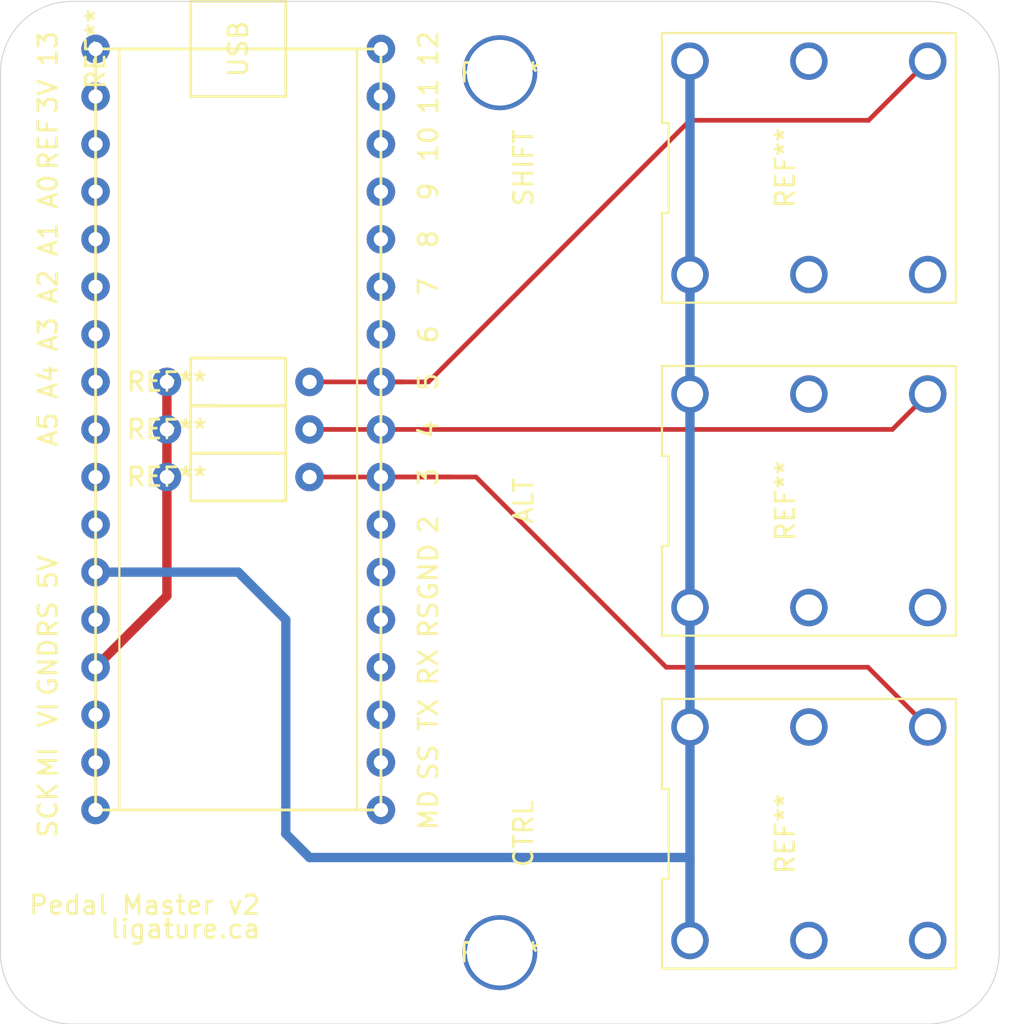
<source format=kicad_pcb>
(kicad_pcb (version 20171130) (host pcbnew 5.1.5-52549c5~84~ubuntu18.04.1)

  (general
    (thickness 1.6)
    (drawings 28)
    (tracks 26)
    (zones 0)
    (modules 9)
    (nets 1)
  )

  (page A4)
  (layers
    (0 F.Cu signal)
    (31 B.Cu signal)
    (32 B.Adhes user)
    (33 F.Adhes user)
    (34 B.Paste user)
    (35 F.Paste user)
    (36 B.SilkS user)
    (37 F.SilkS user)
    (38 B.Mask user)
    (39 F.Mask user)
    (40 Dwgs.User user)
    (41 Cmts.User user)
    (42 Eco1.User user)
    (43 Eco2.User user)
    (44 Edge.Cuts user)
    (45 Margin user)
    (46 B.CrtYd user)
    (47 F.CrtYd user)
    (48 B.Fab user)
    (49 F.Fab user)
  )

  (setup
    (last_trace_width 0.25)
    (trace_clearance 0.2)
    (zone_clearance 0.508)
    (zone_45_only no)
    (trace_min 0.2)
    (via_size 0.8)
    (via_drill 0.4)
    (via_min_size 0.4)
    (via_min_drill 0.3)
    (uvia_size 0.3)
    (uvia_drill 0.1)
    (uvias_allowed no)
    (uvia_min_size 0.2)
    (uvia_min_drill 0.1)
    (edge_width 0.05)
    (segment_width 0.2)
    (pcb_text_width 0.3)
    (pcb_text_size 1.5 1.5)
    (mod_edge_width 0.12)
    (mod_text_size 1 1)
    (mod_text_width 0.15)
    (pad_size 1.524 1.524)
    (pad_drill 0.762)
    (pad_to_mask_clearance 0.051)
    (solder_mask_min_width 0.25)
    (aux_axis_origin 0 0)
    (visible_elements FFFFF77F)
    (pcbplotparams
      (layerselection 0x010fc_ffffffff)
      (usegerberextensions false)
      (usegerberattributes false)
      (usegerberadvancedattributes false)
      (creategerberjobfile false)
      (excludeedgelayer true)
      (linewidth 0.100000)
      (plotframeref false)
      (viasonmask false)
      (mode 1)
      (useauxorigin false)
      (hpglpennumber 1)
      (hpglpenspeed 20)
      (hpglpendiameter 15.000000)
      (psnegative false)
      (psa4output false)
      (plotreference true)
      (plotvalue true)
      (plotinvisibletext false)
      (padsonsilk false)
      (subtractmaskfromsilk false)
      (outputformat 1)
      (mirror false)
      (drillshape 0)
      (scaleselection 1)
      (outputdirectory "export/"))
  )

  (net 0 "")

  (net_class Default "This is the default net class."
    (clearance 0.2)
    (trace_width 0.25)
    (via_dia 0.8)
    (via_drill 0.4)
    (uvia_dia 0.3)
    (uvia_drill 0.1)
  )

  (module pedal-controller:mounting-hole (layer F.Cu) (tedit 5DE4F0B5) (tstamp 5DE4F202)
    (at 144.78 59.69)
    (fp_text reference REF** (at 0 0) (layer F.SilkS)
      (effects (font (size 1 1) (thickness 0.15)))
    )
    (fp_text value mounting-hole (at 0 0) (layer F.Fab)
      (effects (font (size 1 1) (thickness 0.15)))
    )
    (pad 1 thru_hole circle (at 0 0) (size 4 4) (drill 3.51) (layers *.Cu *.Mask))
  )

  (module pedal-controller:mounting-hole (layer F.Cu) (tedit 5DE4F0B5) (tstamp 5DE4F1F5)
    (at 144.78 106.68)
    (fp_text reference REF** (at 0 0) (layer F.SilkS)
      (effects (font (size 1 1) (thickness 0.15)))
    )
    (fp_text value mounting-hole (at 0 0) (layer F.Fab)
      (effects (font (size 1 1) (thickness 0.15)))
    )
    (pad 1 thru_hole circle (at 0 0) (size 4 4) (drill 3.51) (layers *.Cu *.Mask))
  )

  (module pedal-controller:Arduino_Micro (layer F.Cu) (tedit 5DE4EDB7) (tstamp 5DE2C6F6)
    (at 123.19 58.42 270)
    (fp_text reference REF** (at 0 0 270) (layer F.SilkS)
      (effects (font (size 1 1) (thickness 0.15)))
    )
    (fp_text value Arduino_Micro (at 10.16 -7.62 270) (layer F.Fab)
      (effects (font (size 1 1) (thickness 0.15)))
    )
    (fp_text user SCK (at 40.64 2.54 270) (layer F.SilkS)
      (effects (font (size 1 1) (thickness 0.15)))
    )
    (fp_text user MI (at 38.1 2.54 270) (layer F.SilkS)
      (effects (font (size 1 1) (thickness 0.15)))
    )
    (fp_text user VI (at 35.56 2.54 270) (layer F.SilkS)
      (effects (font (size 1 1) (thickness 0.15)))
    )
    (fp_text user GND (at 33.02 2.54 270) (layer F.SilkS)
      (effects (font (size 1 1) (thickness 0.15)))
    )
    (fp_text user RS (at 30.48 2.54 270) (layer F.SilkS)
      (effects (font (size 1 1) (thickness 0.15)))
    )
    (fp_text user 5V (at 27.94 2.54 270) (layer F.SilkS)
      (effects (font (size 1 1) (thickness 0.15)))
    )
    (fp_text user A5 (at 20.32 2.54 270) (layer F.SilkS)
      (effects (font (size 1 1) (thickness 0.15)))
    )
    (fp_text user A4 (at 17.78 2.54 270) (layer F.SilkS)
      (effects (font (size 1 1) (thickness 0.15)))
    )
    (fp_text user A3 (at 15.24 2.54 270) (layer F.SilkS)
      (effects (font (size 1 1) (thickness 0.15)))
    )
    (fp_text user A2 (at 12.7 2.54 270) (layer F.SilkS)
      (effects (font (size 1 1) (thickness 0.15)))
    )
    (fp_text user A1 (at 10.16 2.54 270) (layer F.SilkS)
      (effects (font (size 1 1) (thickness 0.15)))
    )
    (fp_text user A0 (at 7.62 2.54 270) (layer F.SilkS)
      (effects (font (size 1 1) (thickness 0.15)))
    )
    (fp_text user REF (at 5.08 2.54 270) (layer F.SilkS)
      (effects (font (size 1 1) (thickness 0.15)))
    )
    (fp_text user 3V (at 2.54 2.54 270) (layer F.SilkS)
      (effects (font (size 1 1) (thickness 0.15)))
    )
    (fp_text user 13 (at 0 2.54 270) (layer F.SilkS)
      (effects (font (size 1 1) (thickness 0.15)))
    )
    (fp_text user MD (at 40.64 -17.78 270) (layer F.SilkS)
      (effects (font (size 1 1) (thickness 0.15)))
    )
    (fp_text user SS (at 38.1 -17.78 270) (layer F.SilkS)
      (effects (font (size 1 1) (thickness 0.15)))
    )
    (fp_text user TX (at 35.56 -17.78 270) (layer F.SilkS)
      (effects (font (size 1 1) (thickness 0.15)))
    )
    (fp_text user RX (at 33.02 -17.78 270) (layer F.SilkS)
      (effects (font (size 1 1) (thickness 0.15)))
    )
    (fp_text user RS (at 30.48 -17.78 270) (layer F.SilkS)
      (effects (font (size 1 1) (thickness 0.15)))
    )
    (fp_text user GND (at 27.94 -17.78 270) (layer F.SilkS)
      (effects (font (size 1 1) (thickness 0.15)))
    )
    (fp_text user 2 (at 25.4 -17.78 270) (layer F.SilkS)
      (effects (font (size 1 1) (thickness 0.15)))
    )
    (fp_text user 3 (at 22.86 -17.78 270) (layer F.SilkS)
      (effects (font (size 1 1) (thickness 0.15)))
    )
    (fp_text user 4 (at 20.32 -17.78 270) (layer F.SilkS)
      (effects (font (size 1 1) (thickness 0.15)))
    )
    (fp_text user 5 (at 17.78 -17.78 270) (layer F.SilkS)
      (effects (font (size 1 1) (thickness 0.15)))
    )
    (fp_text user 6 (at 15.24 -17.78 270) (layer F.SilkS)
      (effects (font (size 1 1) (thickness 0.15)))
    )
    (fp_text user 7 (at 12.7 -17.78 270) (layer F.SilkS)
      (effects (font (size 1 1) (thickness 0.15)))
    )
    (fp_text user 8 (at 10.16 -17.78 270) (layer F.SilkS)
      (effects (font (size 1 1) (thickness 0.15)))
    )
    (fp_text user 9 (at 7.62 -17.78 270) (layer F.SilkS)
      (effects (font (size 1 1) (thickness 0.15)))
    )
    (fp_text user 10 (at 5.08 -17.78 270) (layer F.SilkS)
      (effects (font (size 1 1) (thickness 0.15)))
    )
    (fp_text user 11 (at 2.54 -17.78 270) (layer F.SilkS)
      (effects (font (size 1 1) (thickness 0.15)))
    )
    (fp_text user 12 (at 0 -17.78 270) (layer F.SilkS)
      (effects (font (size 1 1) (thickness 0.15)))
    )
    (fp_text user USB (at 0 -7.62 270) (layer F.SilkS)
      (effects (font (size 1 1) (thickness 0.15)))
    )
    (fp_line (start -2.54 -5.08) (end -2.54 -10.16) (layer F.SilkS) (width 0.15))
    (fp_line (start 2.54 -5.08) (end -2.54 -5.08) (layer F.SilkS) (width 0.15))
    (fp_line (start 2.54 -10.16) (end 2.54 -5.08) (layer F.SilkS) (width 0.15))
    (fp_line (start -2.54 -10.16) (end 2.54 -10.16) (layer F.SilkS) (width 0.15))
    (fp_line (start 0 0) (end 0 -15.24) (layer F.SilkS) (width 0.15))
    (fp_line (start 40.64 0) (end 0 0) (layer F.SilkS) (width 0.15))
    (fp_line (start 40.64 -15.24) (end 40.64 0) (layer F.SilkS) (width 0.15))
    (fp_line (start 0 -15.24) (end 40.64 -15.24) (layer F.SilkS) (width 0.15))
    (pad 34 thru_hole circle (at 38.1 -15.24 270) (size 1.524 1.524) (drill 0.762) (layers *.Cu *.Mask))
    (pad 33 thru_hole circle (at 40.64 -15.24 270) (size 1.524 1.524) (drill 0.762) (layers *.Cu *.Mask))
    (pad 32 thru_hole circle (at 35.56 -15.24 270) (size 1.524 1.524) (drill 0.762) (layers *.Cu *.Mask))
    (pad 31 thru_hole circle (at 33.02 -15.24 270) (size 1.524 1.524) (drill 0.762) (layers *.Cu *.Mask))
    (pad 30 thru_hole circle (at 30.48 -15.24 270) (size 1.524 1.524) (drill 0.762) (layers *.Cu *.Mask))
    (pad 29 thru_hole circle (at 27.94 -15.24 270) (size 1.524 1.524) (drill 0.762) (layers *.Cu *.Mask))
    (pad 28 thru_hole circle (at 25.4 -15.24 270) (size 1.524 1.524) (drill 0.762) (layers *.Cu *.Mask))
    (pad 27 thru_hole circle (at 22.86 -15.24 270) (size 1.524 1.524) (drill 0.762) (layers *.Cu *.Mask))
    (pad 26 thru_hole circle (at 20.32 -15.24 270) (size 1.524 1.524) (drill 0.762) (layers *.Cu *.Mask))
    (pad 25 thru_hole circle (at 17.78 -15.24 270) (size 1.524 1.524) (drill 0.762) (layers *.Cu *.Mask))
    (pad 24 thru_hole circle (at 15.24 -15.24 270) (size 1.524 1.524) (drill 0.762) (layers *.Cu *.Mask))
    (pad 23 thru_hole circle (at 12.7 -15.24 270) (size 1.524 1.524) (drill 0.762) (layers *.Cu *.Mask))
    (pad 22 thru_hole circle (at 10.16 -15.24 270) (size 1.524 1.524) (drill 0.762) (layers *.Cu *.Mask))
    (pad 21 thru_hole circle (at 7.62 -15.24 270) (size 1.524 1.524) (drill 0.762) (layers *.Cu *.Mask))
    (pad 20 thru_hole circle (at 5.08 -15.24 270) (size 1.524 1.524) (drill 0.762) (layers *.Cu *.Mask))
    (pad 19 thru_hole circle (at 2.54 -15.24 270) (size 1.524 1.524) (drill 0.762) (layers *.Cu *.Mask))
    (pad 18 thru_hole circle (at 0 -15.24 270) (size 1.524 1.524) (drill 0.762) (layers *.Cu *.Mask))
    (pad 17 thru_hole circle (at 40.64 0 270) (size 1.524 1.524) (drill 0.762) (layers *.Cu *.Mask))
    (pad 16 thru_hole circle (at 38.1 0 270) (size 1.524 1.524) (drill 0.762) (layers *.Cu *.Mask))
    (pad 15 thru_hole circle (at 35.56 0 270) (size 1.524 1.524) (drill 0.762) (layers *.Cu *.Mask))
    (pad 14 thru_hole circle (at 33.02 0 270) (size 1.524 1.524) (drill 0.762) (layers *.Cu *.Mask))
    (pad 13 thru_hole circle (at 30.48 0 270) (size 1.524 1.524) (drill 0.762) (layers *.Cu *.Mask))
    (pad 12 thru_hole circle (at 27.94 0 270) (size 1.524 1.524) (drill 0.762) (layers *.Cu *.Mask))
    (pad 11 thru_hole circle (at 25.4 0 270) (size 1.524 1.524) (drill 0.762) (layers *.Cu *.Mask))
    (pad 10 thru_hole circle (at 22.86 0 270) (size 1.524 1.524) (drill 0.762) (layers *.Cu *.Mask))
    (pad 9 thru_hole circle (at 20.32 0 270) (size 1.524 1.524) (drill 0.762) (layers *.Cu *.Mask))
    (pad 8 thru_hole circle (at 17.78 0 270) (size 1.524 1.524) (drill 0.762) (layers *.Cu *.Mask))
    (pad 7 thru_hole circle (at 15.24 0 270) (size 1.524 1.524) (drill 0.762) (layers *.Cu *.Mask))
    (pad 6 thru_hole circle (at 12.7 0 270) (size 1.524 1.524) (drill 0.762) (layers *.Cu *.Mask))
    (pad 5 thru_hole circle (at 10.16 0 270) (size 1.524 1.524) (drill 0.762) (layers *.Cu *.Mask))
    (pad 4 thru_hole circle (at 7.62 0 270) (size 1.524 1.524) (drill 0.762) (layers *.Cu *.Mask))
    (pad 3 thru_hole circle (at 5.08 0 270) (size 1.524 1.524) (drill 0.762) (layers *.Cu *.Mask))
    (pad 2 thru_hole circle (at 2.54 0 270) (size 1.524 1.524) (drill 0.762) (layers *.Cu *.Mask))
    (pad 1 thru_hole circle (at 0 0 270) (size 1.524 1.524) (drill 0.762) (layers *.Cu *.Mask))
  )

  (module pedal-controller:resistor (layer F.Cu) (tedit 5DE2B4B0) (tstamp 5DE2CDAC)
    (at 127 76.2)
    (fp_text reference REF** (at 0 0) (layer F.SilkS)
      (effects (font (size 1 1) (thickness 0.15)))
    )
    (fp_text value 10K (at 3.81 0) (layer F.Fab)
      (effects (font (size 1 1) (thickness 0.15)))
    )
    (fp_line (start 1.27 -1.27) (end 2.54 -1.27) (layer F.SilkS) (width 0.15))
    (fp_line (start 6.35 -1.27) (end 1.27 -1.27) (layer F.SilkS) (width 0.15))
    (fp_line (start 6.35 1.27) (end 6.35 -1.27) (layer F.SilkS) (width 0.15))
    (fp_line (start 1.27 1.27) (end 6.35 1.27) (layer F.SilkS) (width 0.15))
    (fp_line (start 1.27 -1.27) (end 1.27 1.27) (layer F.SilkS) (width 0.15))
    (pad 2 thru_hole circle (at 7.62 0) (size 1.524 1.524) (drill 0.762) (layers *.Cu *.Mask))
    (pad 1 thru_hole circle (at 0 0) (size 1.524 1.524) (drill 0.762) (layers *.Cu *.Mask))
  )

  (module pedal-controller:resistor (layer F.Cu) (tedit 5DE2B4B0) (tstamp 5DE2CD33)
    (at 127 81.28)
    (fp_text reference REF** (at 0 0) (layer F.SilkS)
      (effects (font (size 1 1) (thickness 0.15)))
    )
    (fp_text value 10K (at 3.81 0) (layer F.Fab)
      (effects (font (size 1 1) (thickness 0.15)))
    )
    (fp_line (start 1.27 -1.27) (end 2.54 -1.27) (layer F.SilkS) (width 0.15))
    (fp_line (start 6.35 -1.27) (end 1.27 -1.27) (layer F.SilkS) (width 0.15))
    (fp_line (start 6.35 1.27) (end 6.35 -1.27) (layer F.SilkS) (width 0.15))
    (fp_line (start 1.27 1.27) (end 6.35 1.27) (layer F.SilkS) (width 0.15))
    (fp_line (start 1.27 -1.27) (end 1.27 1.27) (layer F.SilkS) (width 0.15))
    (pad 2 thru_hole circle (at 7.62 0) (size 1.524 1.524) (drill 0.762) (layers *.Cu *.Mask))
    (pad 1 thru_hole circle (at 0 0) (size 1.524 1.524) (drill 0.762) (layers *.Cu *.Mask))
  )

  (module pedal-controller:resistor (layer F.Cu) (tedit 5DE2B4B0) (tstamp 5DE2CCC4)
    (at 127 78.74)
    (fp_text reference REF** (at 0 0) (layer F.SilkS)
      (effects (font (size 1 1) (thickness 0.15)))
    )
    (fp_text value 10K (at 3.81 0) (layer F.Fab)
      (effects (font (size 1 1) (thickness 0.15)))
    )
    (fp_line (start 1.27 -1.27) (end 2.54 -1.27) (layer F.SilkS) (width 0.15))
    (fp_line (start 6.35 -1.27) (end 1.27 -1.27) (layer F.SilkS) (width 0.15))
    (fp_line (start 6.35 1.27) (end 6.35 -1.27) (layer F.SilkS) (width 0.15))
    (fp_line (start 1.27 1.27) (end 6.35 1.27) (layer F.SilkS) (width 0.15))
    (fp_line (start 1.27 -1.27) (end 1.27 1.27) (layer F.SilkS) (width 0.15))
    (pad 2 thru_hole circle (at 7.62 0) (size 1.524 1.524) (drill 0.762) (layers *.Cu *.Mask))
    (pad 1 thru_hole circle (at 0 0) (size 1.524 1.524) (drill 0.762) (layers *.Cu *.Mask))
  )

  (module pedal-controller:ACJS-MHDR_Jack_Connector (layer F.Cu) (tedit 0) (tstamp 5DE2C5B7)
    (at 161.29 100.33)
    (fp_text reference REF** (at -1.27 0 90) (layer F.SilkS)
      (effects (font (size 1 1) (thickness 0.15)))
    )
    (fp_text value ACJS-MHDR_Jack_Connector (at 0 0) (layer F.Fab)
      (effects (font (size 1 1) (thickness 0.15)))
    )
    (fp_line (start -7.6 6.95) (end -7.6 -6.95) (layer F.CrtYd) (width 0.05))
    (fp_line (start 7.6 6.95) (end -7.6 6.95) (layer F.CrtYd) (width 0.05))
    (fp_line (start 7.6 -6.95) (end 7.6 6.95) (layer F.CrtYd) (width 0.05))
    (fp_line (start -7.6 -6.95) (end 7.6 -6.95) (layer F.CrtYd) (width 0.05))
    (fp_line (start -7.85 2.399999) (end -7.85 7.199999) (layer F.SilkS) (width 0.12))
    (fp_line (start -7.49 2.399999) (end -7.85 2.399999) (layer F.SilkS) (width 0.12))
    (fp_line (start -7.49 -2.4) (end -7.49 2.399999) (layer F.SilkS) (width 0.12))
    (fp_line (start -7.85 -2.4) (end -7.49 -2.4) (layer F.SilkS) (width 0.12))
    (fp_line (start -7.85 -7.2) (end -7.85 -2.4) (layer F.SilkS) (width 0.12))
    (fp_line (start 7.85 -7.199999) (end -7.85 -7.2) (layer F.SilkS) (width 0.12))
    (fp_line (start 7.85 7.2) (end 7.85 -7.199999) (layer F.SilkS) (width 0.12))
    (fp_line (start -7.85 7.199999) (end 7.85 7.2) (layer F.SilkS) (width 0.12))
    (pad 3 thru_hole circle (at 6.35 5.7) (size 2 2) (drill 1.4) (layers *.Cu *.Mask))
    (pad 4 thru_hole circle (at 6.35 -5.7) (size 2 2) (drill 1.4) (layers *.Cu *.Mask))
    (pad 2 thru_hole circle (at 0 5.7) (size 2 2) (drill 1.4) (layers *.Cu *.Mask))
    (pad 5 thru_hole circle (at 0 -5.7) (size 2 2) (drill 1.4) (layers *.Cu *.Mask))
    (pad 1 thru_hole circle (at -6.35 5.7) (size 2 2) (drill 1.4) (layers *.Cu *.Mask))
    (pad 6 thru_hole circle (at -6.35 -5.7) (size 2 2) (drill 1.4) (layers *.Cu *.Mask))
  )

  (module pedal-controller:ACJS-MHDR_Jack_Connector (layer F.Cu) (tedit 0) (tstamp 5DE2C54D)
    (at 161.29 82.55)
    (fp_text reference REF** (at -1.27 0 90) (layer F.SilkS)
      (effects (font (size 1 1) (thickness 0.15)))
    )
    (fp_text value ACJS-MHDR_Jack_Connector (at 0 0) (layer F.Fab)
      (effects (font (size 1 1) (thickness 0.15)))
    )
    (fp_line (start -7.6 6.95) (end -7.6 -6.95) (layer F.CrtYd) (width 0.05))
    (fp_line (start 7.6 6.95) (end -7.6 6.95) (layer F.CrtYd) (width 0.05))
    (fp_line (start 7.6 -6.95) (end 7.6 6.95) (layer F.CrtYd) (width 0.05))
    (fp_line (start -7.6 -6.95) (end 7.6 -6.95) (layer F.CrtYd) (width 0.05))
    (fp_line (start -7.85 2.399999) (end -7.85 7.199999) (layer F.SilkS) (width 0.12))
    (fp_line (start -7.49 2.399999) (end -7.85 2.399999) (layer F.SilkS) (width 0.12))
    (fp_line (start -7.49 -2.4) (end -7.49 2.399999) (layer F.SilkS) (width 0.12))
    (fp_line (start -7.85 -2.4) (end -7.49 -2.4) (layer F.SilkS) (width 0.12))
    (fp_line (start -7.85 -7.2) (end -7.85 -2.4) (layer F.SilkS) (width 0.12))
    (fp_line (start 7.85 -7.199999) (end -7.85 -7.2) (layer F.SilkS) (width 0.12))
    (fp_line (start 7.85 7.2) (end 7.85 -7.199999) (layer F.SilkS) (width 0.12))
    (fp_line (start -7.85 7.199999) (end 7.85 7.2) (layer F.SilkS) (width 0.12))
    (pad 3 thru_hole circle (at 6.35 5.7) (size 2 2) (drill 1.4) (layers *.Cu *.Mask))
    (pad 4 thru_hole circle (at 6.35 -5.7) (size 2 2) (drill 1.4) (layers *.Cu *.Mask))
    (pad 2 thru_hole circle (at 0 5.7) (size 2 2) (drill 1.4) (layers *.Cu *.Mask))
    (pad 5 thru_hole circle (at 0 -5.7) (size 2 2) (drill 1.4) (layers *.Cu *.Mask))
    (pad 1 thru_hole circle (at -6.35 5.7) (size 2 2) (drill 1.4) (layers *.Cu *.Mask))
    (pad 6 thru_hole circle (at -6.35 -5.7) (size 2 2) (drill 1.4) (layers *.Cu *.Mask))
  )

  (module pedal-controller:ACJS-MHDR_Jack_Connector (layer F.Cu) (tedit 0) (tstamp 5DE28A12)
    (at 161.29 64.77)
    (fp_text reference REF** (at -1.27 0 90) (layer F.SilkS)
      (effects (font (size 1 1) (thickness 0.15)))
    )
    (fp_text value ACJS-MHDR_Jack_Connector (at -1.27 0) (layer F.Fab)
      (effects (font (size 1 1) (thickness 0.15)))
    )
    (fp_line (start -7.6 6.95) (end -7.6 -6.95) (layer F.CrtYd) (width 0.05))
    (fp_line (start 7.6 6.95) (end -7.6 6.95) (layer F.CrtYd) (width 0.05))
    (fp_line (start 7.6 -6.95) (end 7.6 6.95) (layer F.CrtYd) (width 0.05))
    (fp_line (start -7.6 -6.95) (end 7.6 -6.95) (layer F.CrtYd) (width 0.05))
    (fp_line (start -7.85 2.399999) (end -7.85 7.199999) (layer F.SilkS) (width 0.12))
    (fp_line (start -7.49 2.399999) (end -7.85 2.399999) (layer F.SilkS) (width 0.12))
    (fp_line (start -7.49 -2.4) (end -7.49 2.399999) (layer F.SilkS) (width 0.12))
    (fp_line (start -7.85 -2.4) (end -7.49 -2.4) (layer F.SilkS) (width 0.12))
    (fp_line (start -7.85 -7.2) (end -7.85 -2.4) (layer F.SilkS) (width 0.12))
    (fp_line (start 7.85 -7.199999) (end -7.85 -7.2) (layer F.SilkS) (width 0.12))
    (fp_line (start 7.85 7.2) (end 7.85 -7.199999) (layer F.SilkS) (width 0.12))
    (fp_line (start -7.85 7.199999) (end 7.85 7.2) (layer F.SilkS) (width 0.12))
    (pad 3 thru_hole circle (at 6.35 5.7) (size 2 2) (drill 1.4) (layers *.Cu *.Mask))
    (pad 4 thru_hole circle (at 6.35 -5.7) (size 2 2) (drill 1.4) (layers *.Cu *.Mask))
    (pad 2 thru_hole circle (at 0 5.7) (size 2 2) (drill 1.4) (layers *.Cu *.Mask))
    (pad 5 thru_hole circle (at 0 -5.7) (size 2 2) (drill 1.4) (layers *.Cu *.Mask))
    (pad 1 thru_hole circle (at -6.35 5.7) (size 2 2) (drill 1.4) (layers *.Cu *.Mask))
    (pad 6 thru_hole circle (at -6.35 -5.7) (size 2 2) (drill 1.4) (layers *.Cu *.Mask))
  )

  (gr_text SHIFT (at 146.05 64.77 90) (layer F.SilkS) (tstamp 5E63A8CB)
    (effects (font (size 1 1) (thickness 0.15)))
  )
  (gr_text ALT (at 146.05 82.55 90) (layer F.SilkS) (tstamp 5E63A8BE)
    (effects (font (size 1 1) (thickness 0.15)))
  )
  (gr_text CTRL (at 146.05 100.33 90) (layer F.SilkS)
    (effects (font (size 1 1) (thickness 0.15)))
  )
  (gr_line (start 167.64 55.88) (end 121.92 55.88) (layer Edge.Cuts) (width 0.05) (tstamp 5E63A861))
  (gr_line (start 171.45 106.68) (end 171.45 59.69) (layer Edge.Cuts) (width 0.05) (tstamp 5E63A85F))
  (gr_line (start 121.92 110.49) (end 167.64 110.49) (layer Edge.Cuts) (width 0.05) (tstamp 5E63A85B))
  (gr_line (start 118.11 59.69) (end 118.11 106.68) (layer Edge.Cuts) (width 0.05) (tstamp 5E63A849))
  (gr_arc (start 121.92 59.69) (end 121.92 55.88) (angle -90) (layer Edge.Cuts) (width 0.05))
  (gr_arc (start 121.92 106.68) (end 118.11 106.68) (angle -90) (layer Edge.Cuts) (width 0.05))
  (gr_arc (start 167.64 106.68) (end 167.64 110.49) (angle -90) (layer Edge.Cuts) (width 0.05))
  (gr_arc (start 167.64 59.69) (end 171.45 59.69) (angle -90) (layer Edge.Cuts) (width 0.05))
  (gr_text "Pedal Master v2" (at 132.08 104.14) (layer F.SilkS)
    (effects (font (size 1 1) (thickness 0.15)) (justify right))
  )
  (gr_text ligature.ca (at 132.08 105.41) (layer F.SilkS)
    (effects (font (size 1 1) (thickness 0.15)) (justify right))
  )
  (gr_line (start 137.16 58.42) (end 124.46 58.42) (layer F.SilkS) (width 0.12) (tstamp 5DE2D6D1))
  (gr_line (start 137.16 99.06) (end 137.16 58.42) (layer F.SilkS) (width 0.12))
  (gr_line (start 124.46 99.06) (end 137.16 99.06) (layer F.SilkS) (width 0.12))
  (gr_line (start 124.46 58.42) (end 124.46 99.06) (layer F.SilkS) (width 0.12))
  (gr_line (start 128.27 82.55) (end 128.27 80.01) (layer F.SilkS) (width 0.12) (tstamp 5DE2D681))
  (gr_line (start 133.35 82.55) (end 128.27 82.55) (layer F.SilkS) (width 0.12))
  (gr_line (start 128.27 80.01) (end 133.35 80.01) (layer F.SilkS) (width 0.12) (tstamp 5DE2D680))
  (gr_line (start 128.27 80.01) (end 128.27 77.47) (layer F.SilkS) (width 0.12))
  (gr_line (start 133.35 80.01) (end 128.27 80.01) (layer F.SilkS) (width 0.12))
  (gr_line (start 133.35 77.47) (end 133.35 80.01) (layer F.SilkS) (width 0.12))
  (gr_line (start 128.27 77.47) (end 133.35 77.47) (layer F.SilkS) (width 0.12))
  (gr_line (start 128.27 77.47) (end 128.27 74.93) (layer F.SilkS) (width 0.12))
  (gr_line (start 133.35 77.47) (end 128.27 77.47) (layer F.SilkS) (width 0.12))
  (gr_line (start 133.35 74.93) (end 133.35 77.47) (layer F.SilkS) (width 0.12))
  (gr_line (start 128.27 74.93) (end 133.35 74.93) (layer F.SilkS) (width 0.12))

  (segment (start 138.43 76.2) (end 134.62 76.2) (width 0.25) (layer F.Cu) (net 0) (status 30))
  (segment (start 138.43 78.74) (end 134.62 78.74) (width 0.25) (layer F.Cu) (net 0) (status 30))
  (segment (start 138.43 81.28) (end 134.62 81.28) (width 0.25) (layer F.Cu) (net 0) (tstamp 5DE2D0C4) (status 30))
  (segment (start 154.94 71.12) (end 154.94 70.47) (width 0.25) (layer B.Cu) (net 0) (tstamp 5DE2D0C6) (status 30))
  (segment (start 130.81 86.36) (end 133.35 88.9) (width 0.5) (layer B.Cu) (net 0))
  (segment (start 123.19 86.36) (end 130.81 86.36) (width 0.5) (layer B.Cu) (net 0) (status 10))
  (segment (start 133.35 88.9) (end 133.35 100.33) (width 0.5) (layer B.Cu) (net 0))
  (segment (start 127 76.2) (end 127 87.63) (width 0.5) (layer F.Cu) (net 0) (status 10))
  (segment (start 127 87.63) (end 123.19 91.44) (width 0.5) (layer F.Cu) (net 0) (status 20))
  (segment (start 139.7 76.2) (end 138.43 76.2) (width 0.25) (layer F.Cu) (net 0) (status 20))
  (segment (start 138.43 81.28) (end 138.43 81.28) (width 0.25) (layer F.Cu) (net 0))
  (segment (start 138.43 81.28) (end 142.24 81.28) (width 0.25) (layer F.Cu) (net 0))
  (segment (start 138.43 76.2) (end 140.97 76.2) (width 0.25) (layer F.Cu) (net 0))
  (segment (start 140.97 76.2) (end 154.94 62.23) (width 0.25) (layer F.Cu) (net 0))
  (segment (start 138.43 81.28) (end 143.51 81.28) (width 0.25) (layer F.Cu) (net 0))
  (segment (start 143.51 81.28) (end 153.67 91.44) (width 0.25) (layer F.Cu) (net 0))
  (segment (start 164.45 91.44) (end 167.64 94.63) (width 0.25) (layer F.Cu) (net 0))
  (segment (start 133.35 100.33) (end 134.62 101.6) (width 0.5) (layer B.Cu) (net 0))
  (segment (start 154.94 106.03) (end 154.94 101.6) (width 0.5) (layer B.Cu) (net 0))
  (segment (start 154.94 101.6) (end 154.94 59.07) (width 0.5) (layer B.Cu) (net 0))
  (segment (start 164.48 62.23) (end 167.64 59.07) (width 0.25) (layer F.Cu) (net 0))
  (segment (start 154.94 62.23) (end 164.48 62.23) (width 0.25) (layer F.Cu) (net 0))
  (segment (start 165.75 78.74) (end 167.64 76.85) (width 0.25) (layer F.Cu) (net 0))
  (segment (start 138.43 78.74) (end 165.75 78.74) (width 0.25) (layer F.Cu) (net 0))
  (segment (start 153.67 91.44) (end 164.45 91.44) (width 0.25) (layer F.Cu) (net 0))
  (segment (start 134.62 101.6) (end 154.94 101.6) (width 0.5) (layer B.Cu) (net 0))

)

</source>
